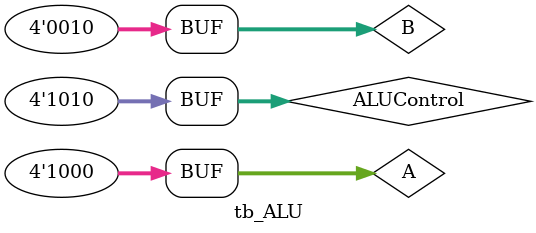
<source format=sv>
module tb_ALU();
	logic [3:0] A, B;
	logic [3:0] ALUControl;
	logic [3:0] flags;
	logic [3:0] RESULT;
	
	ALU_N_bits#(4) dut(A, B,ALUControl,flags,RESULT);
	
	initial 
		begin  
			A <= 0;
			B <= 0;
			ALUControl <= 0;
			# 10;
		end
		
	always
		begin
		/*
			A <= 4'b0001;
			B <= 4'b0001;
			ALUControl <= 4'b0;
			# 10;
			A <= 4'b1111;
			B <= 4'b0001;
			ALUControl <= 4'b0;
			# 10;
			A <= 4'b0111;
			B <= 4'b0001;
			ALUControl <= 4'b0;
			# 10;
			A <= 4'b0001;
			B <= 4'b0000;
			ALUControl <= 4'b1;
			# 10;
			A <= 4'b0000;
			B <= 4'b0001;
			ALUControl <= 4'b1;
			# 10;
			A <= 4'b0001;
			B <= 4'b0001;
			ALUControl <= 4'b1;
			# 10;
			*/
			
			// All AL ops
			A <= 4'b0100;
			B <= 4'b0010;
			ALUControl <= 4'b0000; // ADD
			# 10;
			A <= 4'b0100;
			B <= 4'b0010;
			ALUControl <= 4'b0001; // SUB
			# 10;
			A <= 4'b0100;
			B <= 4'b0010;
			ALUControl <= 4'b0010; // AND
			# 10;
			A <= 4'b0100;
			B <= 4'b0010;
			ALUControl <= 4'b0011; // ORR
			# 10;
			A <= 4'b0100;
			B <= 4'b0010;
			ALUControl <= 4'b0100; // XOR
			# 10;
			A <= 4'b0100;
			B <= 4'b0010;
			ALUControl <= 4'b0101; // NOT
			# 10;
			A <= 4'b0100;
			B <= 4'b0010;
			ALUControl <= 4'b0110; // LSA
			# 10;
			A <= 4'b1100;
			B <= 4'b0010;
			ALUControl <= 4'b0111; // RSA
			# 10;
			A <= 4'b1100;
			B <= 4'b0010;
			ALUControl <= 4'b1000; // LSL
			# 10;
			A <= 4'b1100;
			B <= 4'b0010;
			ALUControl <= 4'b1001; // RSL
			# 10;
			A <= 4'b1000;
			B <= 4'b0010;
			ALUControl <= 4'b1010; // DIV
			# 10;
		
		
		end

endmodule


</source>
